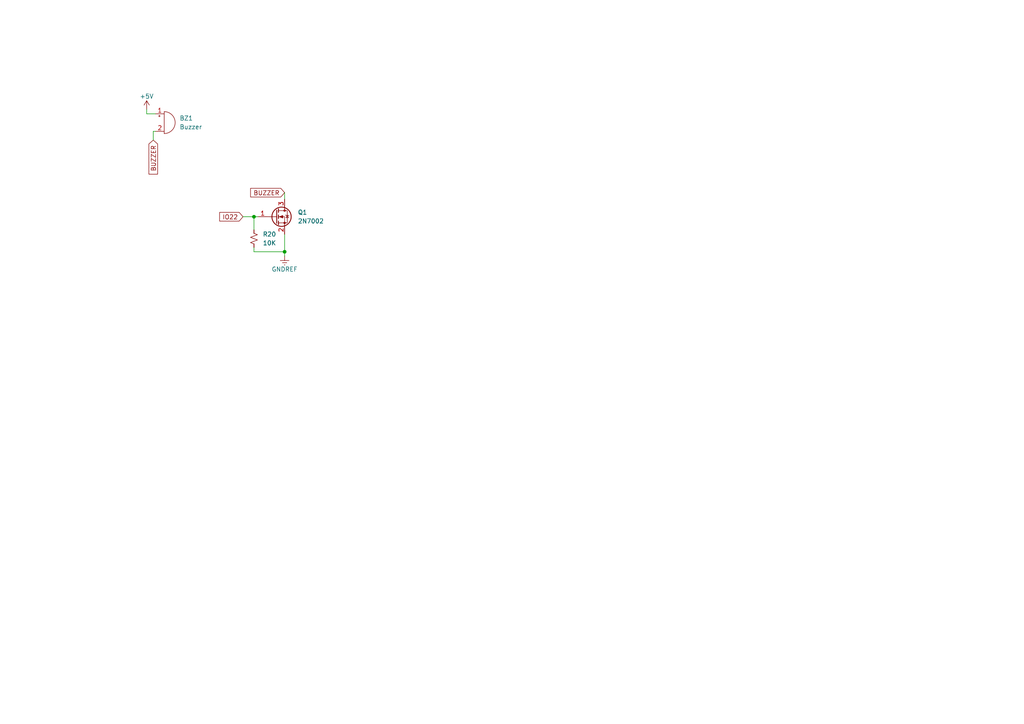
<source format=kicad_sch>
(kicad_sch (version 20230121) (generator eeschema)
  (paper "A4")
  (lib_symbols
    (symbol "Device:Buzzer" (pin_names (offset 0.0254) hide)
      (property "Reference" "BZ" (at 3.81 1.27 0))
      (property "Value" "Buzzer" (at 3.81 -1.27 0))
      (symbol "Buzzer_0_1"
        (arc (start 0 -3.175) (mid 3.1612 0) (end 0 3.175))
        (polyline (pts (xy -1.651 1.905) (xy -1.143 1.905)))
        (polyline (pts (xy -1.397 2.159) (xy -1.397 1.651)))
        (polyline (pts (xy 0 3.175) (xy 0 -3.175)))
      )
      (symbol "Buzzer_1_1"
        (pin passive line (at -2.54 2.54 0) (length 2.54) (name "-") (number "1"))
        (pin passive line (at -2.54 -2.54 0) (length 2.54) (name "+") (number "2"))
      )
    )
    (symbol "Device:R_Small_US" (pin_numbers hide) (pin_names (offset 0.254) hide)
      (property "Reference" "R" (at 0.762 0.508 0))
      (property "Value" "R_Small_US" (at 0.762 -1.016 0))
      (symbol "R_Small_US_1_1"
        (polyline (pts (xy 0 0) (xy 1.016 -0.381) (xy 0 -0.762) (xy -1.016 -1.143) (xy 0 -1.524)))
        (polyline (pts (xy 0 1.524) (xy 1.016 1.143) (xy 0 0.762) (xy -1.016 0.381) (xy 0 0)))
        (pin passive line (at 0 2.54 270) (length 1.016) (name "~") (number "1"))
        (pin passive line (at 0 -2.54 90) (length 1.016) (name "~") (number "2"))
      )
    )
    (symbol "Transistor_FET:2N7002" (pin_names hide)
      (property "Reference" "Q" (at 5.08 1.905 0))
      (property "Value" "2N7002" (at 5.08 0 0))
      (symbol "2N7002_0_1"
        (polyline (pts (xy 0.254 0) (xy -2.54 0)))
        (polyline (pts (xy 0.254 1.905) (xy 0.254 -1.905)) (stroke (width 0.254)))
        (polyline (pts (xy 0.762 -1.27) (xy 0.762 -2.286)) (stroke (width 0.254)))
        (polyline (pts (xy 0.762 0.508) (xy 0.762 -0.508)) (stroke (width 0.254)))
        (polyline (pts (xy 0.762 2.286) (xy 0.762 1.27)) (stroke (width 0.254)))
        (polyline (pts (xy 2.54 2.54) (xy 2.54 1.778)))
        (polyline (pts (xy 2.54 -2.54) (xy 2.54 0) (xy 0.762 0)))
        (polyline (pts (xy 0.762 -1.778) (xy 3.302 -1.778) (xy 3.302 1.778) (xy 0.762 1.778)))
        (polyline (pts (xy 1.016 0) (xy 2.032 0.381) (xy 2.032 -0.381) (xy 1.016 0)) (fill (type outline)))
        (polyline (pts (xy 2.794 0.508) (xy 2.921 0.381) (xy 3.683 0.381) (xy 3.81 0.254)))
        (polyline (pts (xy 3.302 0.381) (xy 2.921 -0.254) (xy 3.683 -0.254) (xy 3.302 0.381)))
        (circle (center 1.651 0) (radius 2.794) (stroke (width 0.254)))
        (circle (center 2.54 -1.778) (radius 0.254) (fill (type outline)))
        (circle (center 2.54 1.778) (radius 0.254) (fill (type outline)))
      )
      (symbol "2N7002_1_1"
        (pin input line (at -5.08 0 0) (length 2.54) (name "G") (number "1"))
        (pin passive line (at 2.54 -5.08 90) (length 2.54) (name "S") (number "2"))
        (pin passive line (at 2.54 5.08 270) (length 2.54) (name "D") (number "3"))
      )
    )
    (symbol "power:+5V" (power) (pin_names (offset 0))
      (property "Value" "+5V" (at 0 3.556 0))
      (symbol "+5V_0_1"
        (polyline (pts (xy -0.762 1.27) (xy 0 2.54)))
        (polyline (pts (xy 0 0) (xy 0 2.54)))
        (polyline (pts (xy 0 2.54) (xy 0.762 1.27)))
      )
      (symbol "+5V_1_1"
        (pin power_in line (at 0 0 90) (length 0) hide (name "+5V") (number "1"))
      )
    )
    (symbol "power:GNDREF" (power) (pin_names (offset 0))
      (property "Value" "GNDREF" (at 0 -3.81 0))
      (symbol "GNDREF_0_1"
        (polyline (pts (xy -0.635 -1.905) (xy 0.635 -1.905)))
        (polyline (pts (xy -0.127 -2.54) (xy 0.127 -2.54)))
        (polyline (pts (xy 0 -1.27) (xy 0 0)))
        (polyline (pts (xy 1.27 -1.27) (xy -1.27 -1.27)))
      )
      (symbol "GNDREF_1_1"
        (pin power_in line (at 0 0 270) (length 0) hide (name "GNDREF") (number "1"))
      )
    )
  )
  (junction (at 73.66 62.865))
  (junction (at 82.55 73.025))
  (wire (pts (xy 73.66 71.755) (xy 73.66 73.025)))
  (wire (pts (xy 73.66 73.025) (xy 82.55 73.025)))
  (wire (pts (xy 44.45 38.1) (xy 44.45 40.64)))
  (wire (pts (xy 82.55 55.88) (xy 82.55 57.785)))
  (wire (pts (xy 42.545 31.75) (xy 42.545 33.02)))
  (wire (pts (xy 73.66 62.865) (xy 73.66 66.675)))
  (wire (pts (xy 82.55 67.945) (xy 82.55 73.025)))
  (wire (pts (xy 42.545 33.02) (xy 45.085 33.02)))
  (wire (pts (xy 45.085 38.1) (xy 44.45 38.1)))
  (wire (pts (xy 70.485 62.865) (xy 73.66 62.865)))
  (wire (pts (xy 82.55 73.025) (xy 82.55 74.295)))
  (wire (pts (xy 73.66 62.865) (xy 74.93 62.865)))
  (global_label "BUZZER" (shape input) (at 44.45 40.64 270) (property "Intersheetrefs" "${INTERSHEET_REFS}" (effects hide)))
  (global_label "BUZZER" (shape input) (at 82.55 55.88 180) (property "Intersheetrefs" "${INTERSHEET_REFS}" (effects hide)))
  (global_label "IO22" (shape input) (at 70.485 62.865 180) (property "Intersheetrefs" "${INTERSHEET_REFS}" (effects hide)))
  (symbol (lib_id "power:GNDREF") (at 82.55 74.295 0) (unit 1)
    (property "Reference" "#PWR034" (effects hide))
    (property "Value" "GNDREF" (at 82.55 78.105 0))
  )
  (symbol (lib_id "Device:R_Small_US") (at 73.66 69.215 0) (unit 1)
    (property "Reference" "R20" (at 76.2 67.9449 0) (effects (justify left)))
    (property "Value" "10K" (at 76.2 70.4849 0) (effects (justify left)))
    (property "Footprint" "Resistor_SMD:R_0805_2012Metric" (effects hide))
    (property "Link" "https://www.ozdisan.com/pasif-komponentler/direncler/smt-smd-ve-cip-direncler/CQ05S8J0103T5E" (effects hide))
  )
  (symbol (lib_id "power:+5V") (at 42.545 31.75 0) (unit 1)
    (property "Reference" "#PWR033" (effects hide))
    (property "Value" "+5V" (at 42.545 27.94 0))
  )
  (symbol (lib_id "Device:Buzzer") (at 47.625 35.56 0) (unit 1)
    (property "Reference" "BZ1" (at 52.07 34.2899 0) (effects (justify left)))
    (property "Value" "Buzzer" (at 52.07 36.8299 0) (effects (justify left)))
    (property "Footprint" "Buzzer_Beeper:Buzzer_CUI_CPT-9019S-SMT" (effects hide))
    (property "Datasheet" "https://ozdisan.com/elektromekanik-komponentler/ses-urunleri/buzzerlar/LET1290-05B-2-4-45-6-5-R/603658" (effects hide))
  )
  (symbol (lib_id "Transistor_FET:2N7002") (at 80.01 62.865 0) (unit 1)
    (property "Reference" "Q1" (at 86.36 61.5949 0) (effects (justify left)))
    (property "Value" "2N7002" (at 86.36 64.1349 0) (effects (justify left)))
    (property "Footprint" "Package_TO_SOT_SMD:SOT-23" (effects hide))
    (property "Datasheet" "https://www.onsemi.com/pub/Collateral/NDS7002A-D.PDF" (effects hide))
    (property "Link" "https://www.ozdisan.com/guc-yari-iletkenleri/mosfetler/discrete-mosfetler/2N7002215" (effects hide))
  )
)
</source>
